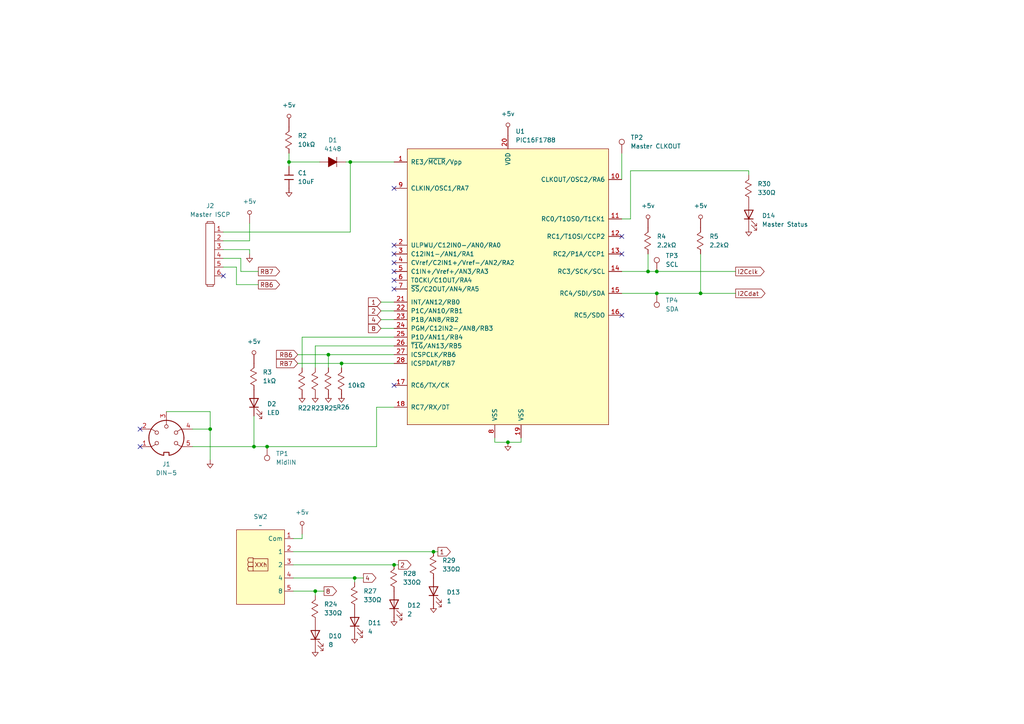
<source format=kicad_sch>
(kicad_sch (version 20231120) (generator "eeschema") (generator_version "8.0")
  (paper "A4")
  (lib_symbols
    (symbol "Connector:DIN-5" (pin_names (offset 1.016))
      (property "Reference" "J" (at 3.175 5.715 0))
      (property "Value" "DIN-5" (at 0 -6.35 0))
      (symbol "DIN-5_0_1"
        (arc (start -5.08 0) (mid -3.8609 -3.3364) (end -0.762 -5.08) (stroke (width 0.254)))
        (circle (center -2.794 -1.524) (radius 0.508))
        (circle (center -2.794 1.524) (radius 0.508))
        (polyline (pts (xy 0 5.08) (xy 0 3.81)))
        (polyline (pts (xy -5.08 -2.54) (xy -4.318 -2.54) (xy -3.175 -1.905)))
        (polyline (pts (xy -5.08 2.54) (xy -4.318 2.54) (xy -3.175 1.905)))
        (polyline (pts (xy 5.08 -2.54) (xy 4.318 -2.54) (xy 3.175 -1.905)))
        (polyline (pts (xy 5.08 2.54) (xy 4.318 2.54) (xy 3.175 1.905)))
        (polyline (pts (xy -0.762 -4.953) (xy -0.762 -4.191) (xy 0.762 -4.191) (xy 0.762 -4.953)) (stroke (width 0.254)))
        (circle (center 0 3.302) (radius 0.508))
        (arc (start 0.762 -5.08) (mid 3.8685 -3.343) (end 5.08 0) (stroke (width 0.254)))
        (circle (center 2.794 -1.524) (radius 0.508))
        (circle (center 2.794 1.524) (radius 0.508))
        (arc (start 5.08 0) (mid 0 5.0579) (end -5.08 0) (stroke (width 0.254)))
      )
      (symbol "DIN-5_1_1"
        (pin passive line (at -7.62 -2.54 0) (length 2.54) (name "~") (number "1"))
        (pin passive line (at -7.62 2.54 0) (length 2.54) (name "~") (number "2"))
        (pin passive line (at 0 7.62 270) (length 2.54) (name "~") (number "3"))
        (pin passive line (at 7.62 2.54 180) (length 2.54) (name "~") (number "4"))
        (pin passive line (at 7.62 -2.54 180) (length 2.54) (name "~") (number "5"))
      )
    )
    (symbol "Connector:TestPoint" (pin_numbers hide) (pin_names (offset 0.762) hide)
      (property "Reference" "TP" (at 0 6.858 0))
      (property "Value" "TestPoint" (at 0 5.08 0))
      (symbol "TestPoint_0_1"
        (circle (center 0 3.302) (radius 0.762))
      )
      (symbol "TestPoint_1_1"
        (pin passive line (at 0 0 90) (length 2.54) (name "1") (number "1"))
      )
    )
    (symbol "Custom Power:+5v" (power) (pin_numbers hide) (pin_names hide) (in_bom no) (on_board no)
      (property "Value" "+5v" (at 0 3.81 0))
      (symbol "+5v_0_1"
        (circle (center 0 1.8796) (radius 0.5611))
      )
      (symbol "+5v_1_1"
        (pin power_in line (at 0 -1.27 90) (length 2.54) (name "+5v") (number ""))
      )
    )
    (symbol "Custom Power:GND" (power) (pin_numbers hide) (pin_names hide) (in_bom no) (on_board no)
      (symbol "GND_0_1"
        (polyline (pts (xy -0.889 -1.27) (xy 0.889 -1.27) (xy 0 -2.413) (xy -0.889 -1.27)))
      )
      (symbol "GND_1_1"
        (pin power_in line (at 0 0 270) (length 1.27) (name "GND") (number "~"))
      )
    )
    (symbol "Device:LED" (pin_numbers hide) (pin_names (offset 1.016) hide)
      (property "Reference" "D" (at 0 2.54 0))
      (property "Value" "LED" (at 0 -2.54 0))
      (symbol "LED_0_1"
        (polyline (pts (xy -1.27 -1.27) (xy -1.27 1.27)) (stroke (width 0.254)))
        (polyline (pts (xy -1.27 0) (xy 1.27 0)))
        (polyline (pts (xy 1.27 -1.27) (xy 1.27 1.27) (xy -1.27 0) (xy 1.27 -1.27)) (stroke (width 0.254)))
        (polyline (pts (xy -3.048 -0.762) (xy -4.572 -2.286) (xy -3.81 -2.286) (xy -4.572 -2.286) (xy -4.572 -1.524)))
        (polyline (pts (xy -1.778 -0.762) (xy -3.302 -2.286) (xy -2.54 -2.286) (xy -3.302 -2.286) (xy -3.302 -1.524)))
      )
      (symbol "LED_1_1"
        (pin passive line (at -3.81 0 0) (length 2.54) (name "K") (number "1"))
        (pin passive line (at 3.81 0 180) (length 2.54) (name "A") (number "2"))
      )
    )
    (symbol "Owen's Symbols:Capacitor" (pin_numbers hide) (pin_names hide)
      (property "Reference" "C" (at 2.54 0 0))
      (property "Value" "?" (at 2.54 -2.54 0))
      (symbol "Capacitor_1_1"
        (polyline (pts (xy -1.27 -3.81) (xy 1.27 -3.81)) (stroke (width 0.254)))
        (polyline (pts (xy -1.27 -2.54) (xy 1.27 -2.54)) (stroke (width 0.254)))
        (pin passive line (at 0 0 270) (length 2.54) (name "1") (number "1"))
        (pin passive line (at 0 -6.35 90) (length 2.54) (name "2") (number "2"))
      )
    )
    (symbol "Owen's Symbols:Diode" (pin_numbers hide) (pin_names hide)
      (property "Reference" "D" (at 3.81 -1.27 0))
      (property "Value" "Vz" (at 3.81 -3.81 0))
      (symbol "Diode_0_1"
        (polyline (pts (xy -1.397 -4.953) (xy 1.397 -4.953) (xy 1.397 -4.953)))
      )
      (symbol "Diode_1_1"
        (polyline (pts (xy -1.397 -2.54) (xy 1.397 -2.54) (xy 0 -5.08) (xy -1.397 -2.54)) (fill (type outline)))
        (pin passive line (at 0 0 270) (length 2.54) (name "1") (number "1"))
        (pin passive line (at 0 -7.62 90) (length 2.54) (name "2") (number "2"))
      )
    )
    (symbol "Owen's Symbols:Header_1x6" (pin_names hide)
      (property "Reference" "J" (at -8.89 -3.81 0))
      (property "Value" "?" (at -8.89 -6.35 0))
      (symbol "Header_1x6_0_1"
        (rectangle (start -5.08 2.54) (end -2.54 -15.24))
        (polyline (pts (xy -4.699 -15.24) (xy -4.699 -15.748) (xy -2.921 -15.748) (xy -2.921 -15.24)))
        (polyline (pts (xy -4.699 2.54) (xy -4.699 3.048) (xy -2.921 3.048) (xy -2.921 2.54)))
      )
      (symbol "Header_1x6_1_1"
        (pin passive line (at 0 0 180) (length 2.54) (name "1") (number "1"))
        (pin passive line (at 0 -2.54 180) (length 2.54) (name "2") (number "2"))
        (pin passive line (at 0 -5.08 180) (length 2.54) (name "3") (number "3"))
        (pin passive line (at 0 -7.62 180) (length 2.54) (name "4") (number "4"))
        (pin passive line (at 0 -10.16 180) (length 2.54) (name "5") (number "5"))
        (pin passive line (at 0 -12.7 180) (length 2.54) (name "6") (number "6"))
      )
    )
    (symbol "Owen's Symbols:Hex_Rotary_Switch"
      (property "Reference" "SW" (at 0 1.016 0))
      (symbol "Hex_Rotary_Switch_1_1"
        (polyline (pts (xy 3.556 -11.938) (xy 4.826 -11.938)))
        (polyline (pts (xy 3.556 -10.668) (xy 4.826 -10.668)))
        (polyline (pts (xy 3.556 -10.668) (xy 4.826 -10.668)))
        (polyline (pts (xy 3.556 -9.398) (xy 4.826 -9.398)))
        (polyline (pts (xy 3.556 -9.398) (xy 4.826 -9.398)))
        (polyline (pts (xy 3.556 -8.128) (xy 4.826 -8.128)))
        (polyline (pts (xy 4.826 -8.128) (xy 4.826 -11.938) (xy 9.144 -11.938) (xy 9.144 -8.382) (xy 4.826 -8.382) (xy 4.826 -8.89)))
        (rectangle (start 0 0) (end 13.97 -21.59) (fill (type background)))
        (arc (start 3.556 -10.668) (mid 3.293 -11.303) (end 3.556 -11.938))
        (arc (start 3.556 -9.398) (mid 3.293 -10.033) (end 3.556 -10.668))
        (arc (start 3.556 -8.128) (mid 3.293 -8.763) (end 3.556 -9.398))
        (text "XXh" (at 7.112 -10.16 0) (effects (font (size 1.27 1.27))))
        (pin passive line (at 16.51 -2.54 180) (length 2.54) (name "Com") (number "1"))
        (pin passive line (at 16.51 -6.35 180) (length 2.54) (name "1") (number "2"))
        (pin passive line (at 16.51 -10.16 180) (length 2.54) (name "2") (number "3"))
        (pin passive line (at 16.51 -13.97 180) (length 2.54) (name "4") (number "4"))
        (pin passive line (at 16.51 -17.78 180) (length 2.54) (name "8") (number "5"))
      )
    )
    (symbol "Owen's Symbols:PIC16F1788" (pin_names (offset 1.016))
      (property "Reference" "U" (at 13.97 27.94 0))
      (property "Value" "PIC16F1788" (at 13.97 25.4 0))
      (symbol "PIC16F1788_0_1"
        (rectangle (start -29.21 24.13) (end 29.21 -24.13) (stroke (width 0.254)) (fill (type background)))
      )
      (symbol "PIC16F1788_1_1"
        (pin bidirectional line (at -33.02 20.32 0) (length 3.81) (name "RE3/~{MCLR}/Vpp") (number "1"))
        (pin bidirectional line (at 33.02 5.08 180) (length 3.81) (name "CLKOUT/OSC2/RA6") (number "10"))
        (pin bidirectional line (at -33.02 -2.54 0) (length 3.81) (name "RC0/T1OSO/T1CK1") (number "11"))
        (pin bidirectional line (at -33.02 -5.08 0) (length 3.81) (name "RC1/T1OSI/CCP2") (number "12"))
        (pin bidirectional line (at -33.02 -7.62 0) (length 3.81) (name "RC2/P1A/CCP1") (number "13"))
        (pin bidirectional line (at -33.02 -10.16 0) (length 3.81) (name "RC3/SCK/SCL") (number "14"))
        (pin bidirectional line (at -33.02 -12.7 0) (length 3.81) (name "RC4/SDI/SDA") (number "15"))
        (pin bidirectional line (at -33.02 -15.24 0) (length 3.81) (name "RC5/SDO") (number "16"))
        (pin bidirectional line (at -33.02 -17.78 0) (length 3.81) (name "RC6/TX/CK") (number "17"))
        (pin bidirectional line (at -33.02 -20.32 0) (length 3.81) (name "RC7/RX/DT") (number "18"))
        (pin power_in line (at 2.54 -27.94 90) (length 3.81) (name "VSS") (number "19"))
        (pin bidirectional line (at 33.02 20.32 180) (length 3.81) (name "ULPWU/C12IN0-/AN0/RA0") (number "2"))
        (pin power_in line (at 0 27.94 270) (length 3.81) (name "VDD") (number "20"))
        (pin bidirectional line (at 33.02 -2.54 180) (length 3.81) (name "CCP1/INT/AN12/RB0") (number "21"))
        (pin bidirectional line (at 33.02 -5.08 180) (length 3.81) (name "P1C/AN10/RB1") (number "22"))
        (pin bidirectional line (at 33.02 -7.62 180) (length 3.81) (name "P1B/AN8/RB2") (number "23"))
        (pin bidirectional line (at 33.02 -10.16 180) (length 3.81) (name "CCP2/C12IN2-/AN8/RB3") (number "24"))
        (pin bidirectional line (at 33.02 -12.7 180) (length 3.81) (name "P1D/AN11/RB4") (number "25"))
        (pin bidirectional line (at 33.02 -15.24 180) (length 3.81) (name "CCP3/~{T1G}/AN13/RB5") (number "26"))
        (pin bidirectional line (at -33.02 13.97 0) (length 3.81) (name "ICSPCLK/RB6") (number "27"))
        (pin bidirectional line (at -33.02 6.35 0) (length 3.81) (name "ICSPDAT/RB7") (number "28"))
        (pin bidirectional line (at 33.02 17.78 180) (length 3.81) (name "C12IN1-/AN1/RA1") (number "3"))
        (pin bidirectional line (at 33.02 15.24 180) (length 3.81) (name "CVref/C2IN1+/Vref-/AN2/RA2") (number "4"))
        (pin bidirectional line (at 33.02 12.7 180) (length 3.81) (name "C1IN+/Vref+/AN3/RA3") (number "5"))
        (pin bidirectional line (at 33.02 10.16 180) (length 3.81) (name "T0CKI/C1OUT/RA4") (number "6"))
        (pin bidirectional line (at 33.02 7.62 180) (length 3.81) (name "~{SS}/C2OUT/AN4/RA5") (number "7"))
        (pin power_in line (at 0 -27.94 90) (length 3.81) (name "VSS") (number "8"))
        (pin input line (at 33.02 2.54 180) (length 3.81) (name "CLKIN/OSC1/RA7") (number "9"))
      )
      (symbol "PIC16F1788_1_2"
        (rectangle (start -29.21 24.13) (end 29.21 -55.88) (fill (type background)))
        (pin bidirectional line (at -33.02 20.32 0) (length 3.81) (name "RE3/~{MCLR}/Vpp") (number "1"))
        (pin bidirectional line (at 33.02 15.24 180) (length 3.81) (name "CLKOUT/OSC2/RA6") (number "10"))
        (pin bidirectional line (at 33.02 3.81 180) (length 3.81) (name "RC0/T1OSO/T1CK1") (number "11"))
        (pin bidirectional line (at 33.02 -1.27 180) (length 3.81) (name "RC1/T1OSI/CCP2") (number "12"))
        (pin bidirectional line (at 33.02 -6.35 180) (length 3.81) (name "RC2/P1A/CCP1") (number "13"))
        (pin bidirectional line (at 33.02 -11.43 180) (length 3.81) (name "RC3/SCK/SCL") (number "14"))
        (pin bidirectional line (at 33.02 -17.78 180) (length 3.81) (name "RC4/SDI/SDA") (number "15"))
        (pin bidirectional line (at 33.02 -24.13 180) (length 3.81) (name "RC5/SDO") (number "16"))
        (pin bidirectional line (at -33.02 -44.45 0) (length 3.81) (name "RC6/TX/CK") (number "17"))
        (pin bidirectional line (at -33.02 -50.8 0) (length 3.81) (name "RC7/RX/DT") (number "18"))
        (pin power_in line (at 3.81 -59.69 90) (length 3.81) (name "VSS") (number "19"))
        (pin bidirectional line (at -33.02 -3.81 0) (length 3.81) (name "ULPWU/C12IN0-/AN0/RA0") (number "2"))
        (pin power_in line (at 0 27.94 270) (length 3.81) (name "VDD") (number "20"))
        (pin bidirectional line (at -33.02 -20.32 0) (length 3.81) (name "INT/AN12/RB0") (number "21"))
        (pin bidirectional line (at -33.02 -22.86 0) (length 3.81) (name "P1C/AN10/RB1") (number "22"))
        (pin bidirectional line (at -33.02 -25.4 0) (length 3.81) (name "P1B/AN8/RB2") (number "23"))
        (pin bidirectional line (at -33.02 -27.94 0) (length 3.81) (name "PGM/C12IN2-/AN8/RB3") (number "24"))
        (pin bidirectional line (at -33.02 -30.48 0) (length 3.81) (name "P1D/AN11/RB4") (number "25"))
        (pin bidirectional line (at -33.02 -33.02 0) (length 3.81) (name "~{T1G}/AN13/RB5") (number "26"))
        (pin bidirectional line (at -33.02 -35.56 0) (length 3.81) (name "ICSPCLK/RB6") (number "27"))
        (pin bidirectional line (at -33.02 -38.1 0) (length 3.81) (name "ICSPDAT/RB7") (number "28"))
        (pin bidirectional line (at -33.02 -6.35 0) (length 3.81) (name "C12IN1-/AN1/RA1") (number "3"))
        (pin bidirectional line (at -33.02 -8.89 0) (length 3.81) (name "CVref/C2IN1+/Vref-/AN2/RA2") (number "4"))
        (pin bidirectional line (at -33.02 -11.43 0) (length 3.81) (name "C1IN+/Vref+/AN3/RA3") (number "5"))
        (pin bidirectional line (at -33.02 -13.97 0) (length 3.81) (name "T0CKI/C1OUT/RA4") (number "6"))
        (pin bidirectional line (at -33.02 -16.51 0) (length 3.81) (name "~{SS}/C2OUT/AN4/RA5") (number "7"))
        (pin power_in line (at -3.81 -59.69 90) (length 3.81) (name "VSS") (number "8"))
        (pin input line (at -33.02 12.7 0) (length 3.81) (name "CLKIN/OSC1/RA7") (number "9"))
      )
    )
    (symbol "Owen's Symbols:Resistor_Mod" (pin_numbers hide) (pin_names (offset 0) hide)
      (property "Reference" "R" (at 0 4.318 0))
      (property "Value" "ValueΩ" (at 0 2.54 0))
      (symbol "Resistor_Mod_0_1"
        (polyline (pts (xy -2.54 0) (xy -2.032 1.016) (xy -1.016 -0.762) (xy 0 1.016) (xy 1.016 -0.762) (xy 1.778 1.016) (xy 2.54 0)))
      )
      (symbol "Resistor_Mod_1_1"
        (pin passive line (at -3.81 0 0) (length 1.27) (name "1") (number "1"))
        (pin passive line (at 3.81 0 180) (length 1.27) (name "2") (number "2"))
      )
    )
  )
  (junction (at 60.96 124.46))
  (junction (at 95.25 102.87))
  (junction (at 102.87 167.64))
  (junction (at 190.5 78.74))
  (junction (at 114.3 163.83))
  (junction (at 91.44 171.45))
  (junction (at 101.6 46.99))
  (junction (at 99.06 105.41))
  (junction (at 147.32 128.27))
  (junction (at 83.82 46.99))
  (junction (at 203.2 85.09))
  (junction (at 77.47 129.54))
  (junction (at 125.73 160.02))
  (junction (at 73.66 129.54))
  (junction (at 190.5 85.09))
  (junction (at 187.96 78.74))
  (no_connect (at 40.64 124.46))
  (no_connect (at 114.3 71.12))
  (no_connect (at 114.3 78.74))
  (no_connect (at 64.77 80.01))
  (no_connect (at 114.3 83.82))
  (no_connect (at 114.3 111.76))
  (no_connect (at 40.64 129.54))
  (no_connect (at 114.3 73.66))
  (no_connect (at 180.34 68.58))
  (no_connect (at 180.34 91.44))
  (no_connect (at 114.3 81.28))
  (no_connect (at 180.34 73.66))
  (no_connect (at 114.3 76.2))
  (no_connect (at 114.3 54.61))
  (wire (pts (xy 187.96 73.66) (xy 187.96 78.74)))
  (wire (pts (xy 110.49 90.17) (xy 114.3 90.17)))
  (wire (pts (xy 182.88 63.5) (xy 182.88 49.53)))
  (wire (pts (xy 87.63 97.79) (xy 114.3 97.79)))
  (wire (pts (xy 85.09 171.45) (xy 91.44 171.45)))
  (wire (pts (xy 203.2 85.09) (xy 203.2 73.66)))
  (wire (pts (xy 73.66 129.54) (xy 77.47 129.54)))
  (wire (pts (xy 109.22 129.54) (xy 109.22 118.11)))
  (wire (pts (xy 83.82 46.99) (xy 83.82 48.26)))
  (wire (pts (xy 85.09 163.83) (xy 114.3 163.83)))
  (wire (pts (xy 109.22 118.11) (xy 114.3 118.11)))
  (wire (pts (xy 64.77 67.31) (xy 101.6 67.31)))
  (wire (pts (xy 125.73 160.02) (xy 127 160.02)))
  (wire (pts (xy 85.09 167.64) (xy 102.87 167.64)))
  (wire (pts (xy 143.51 127) (xy 143.51 128.27)))
  (wire (pts (xy 203.2 85.09) (xy 213.36 85.09)))
  (wire (pts (xy 77.47 129.54) (xy 109.22 129.54)))
  (wire (pts (xy 114.3 163.83) (xy 115.57 163.83)))
  (wire (pts (xy 213.36 78.74) (xy 190.5 78.74)))
  (wire (pts (xy 64.77 72.39) (xy 72.39 72.39)))
  (wire (pts (xy 68.58 82.55) (xy 68.58 77.47)))
  (wire (pts (xy 99.06 106.68) (xy 99.06 105.41)))
  (wire (pts (xy 95.25 102.87) (xy 114.3 102.87)))
  (wire (pts (xy 60.96 119.38) (xy 60.96 124.46)))
  (wire (pts (xy 91.44 171.45) (xy 91.44 172.72)))
  (wire (pts (xy 55.88 129.54) (xy 73.66 129.54)))
  (wire (pts (xy 101.6 46.99) (xy 114.3 46.99)))
  (wire (pts (xy 190.5 85.09) (xy 203.2 85.09)))
  (wire (pts (xy 60.96 133.35) (xy 60.96 124.46)))
  (wire (pts (xy 86.36 102.87) (xy 95.25 102.87)))
  (wire (pts (xy 99.06 105.41) (xy 114.3 105.41)))
  (wire (pts (xy 74.93 82.55) (xy 68.58 82.55)))
  (wire (pts (xy 73.66 120.65) (xy 73.66 129.54)))
  (wire (pts (xy 91.44 100.33) (xy 91.44 106.68)))
  (wire (pts (xy 114.3 100.33) (xy 91.44 100.33)))
  (wire (pts (xy 64.77 69.85) (xy 72.39 69.85)))
  (wire (pts (xy 110.49 92.71) (xy 114.3 92.71)))
  (wire (pts (xy 187.96 78.74) (xy 180.34 78.74)))
  (wire (pts (xy 69.85 74.93) (xy 69.85 78.74)))
  (wire (pts (xy 102.87 167.64) (xy 102.87 168.91)))
  (wire (pts (xy 110.49 87.63) (xy 114.3 87.63)))
  (wire (pts (xy 72.39 69.85) (xy 72.39 64.77)))
  (wire (pts (xy 182.88 49.53) (xy 217.17 49.53)))
  (wire (pts (xy 100.33 46.99) (xy 101.6 46.99)))
  (wire (pts (xy 102.87 167.64) (xy 105.41 167.64)))
  (wire (pts (xy 87.63 156.21) (xy 87.63 154.94)))
  (wire (pts (xy 85.09 160.02) (xy 125.73 160.02)))
  (wire (pts (xy 83.82 46.99) (xy 83.82 44.45)))
  (wire (pts (xy 180.34 85.09) (xy 190.5 85.09)))
  (wire (pts (xy 69.85 78.74) (xy 74.93 78.74)))
  (wire (pts (xy 91.44 171.45) (xy 93.98 171.45)))
  (wire (pts (xy 110.49 95.25) (xy 114.3 95.25)))
  (wire (pts (xy 48.26 119.38) (xy 60.96 119.38)))
  (wire (pts (xy 101.6 67.31) (xy 101.6 46.99)))
  (wire (pts (xy 85.09 156.21) (xy 87.63 156.21)))
  (wire (pts (xy 60.96 124.46) (xy 55.88 124.46)))
  (wire (pts (xy 95.25 102.87) (xy 95.25 106.68)))
  (wire (pts (xy 143.51 128.27) (xy 147.32 128.27)))
  (wire (pts (xy 68.58 77.47) (xy 64.77 77.47)))
  (wire (pts (xy 92.71 46.99) (xy 83.82 46.99)))
  (wire (pts (xy 86.36 105.41) (xy 99.06 105.41)))
  (wire (pts (xy 64.77 74.93) (xy 69.85 74.93)))
  (wire (pts (xy 217.17 49.53) (xy 217.17 50.8)))
  (wire (pts (xy 190.5 78.74) (xy 187.96 78.74)))
  (wire (pts (xy 72.39 72.39) (xy 72.39 73.66)))
  (wire (pts (xy 151.13 128.27) (xy 151.13 127)))
  (wire (pts (xy 87.63 97.79) (xy 87.63 106.68)))
  (wire (pts (xy 180.34 44.45) (xy 180.34 52.07)))
  (wire (pts (xy 147.32 128.27) (xy 151.13 128.27)))
  (wire (pts (xy 180.34 63.5) (xy 182.88 63.5)))
  (global_label "RB6" (shape output) (at 74.93 82.55 0) (property "Intersheetrefs" "${INTERSHEET_REFS}" (effects (hide yes))))
  (global_label "RB7" (shape input) (at 86.36 105.41 180) (property "Intersheetrefs" "${INTERSHEET_REFS}" (effects (hide yes))))
  (global_label "4" (shape input) (at 110.49 92.71 180) (property "Intersheetrefs" "${INTERSHEET_REFS}" (effects (hide yes))))
  (global_label "8" (shape input) (at 110.49 95.25 180) (property "Intersheetrefs" "${INTERSHEET_REFS}" (effects (hide yes))))
  (global_label "I2Cdat" (shape output) (at 213.36 85.09 0) (property "Intersheetrefs" "${INTERSHEET_REFS}" (effects (hide yes))))
  (global_label "1" (shape output) (at 127 160.02 0) (property "Intersheetrefs" "${INTERSHEET_REFS}" (effects (hide yes))))
  (global_label "2" (shape output) (at 115.57 163.83 0) (property "Intersheetrefs" "${INTERSHEET_REFS}" (effects (hide yes))))
  (global_label "8" (shape output) (at 93.98 171.45 0) (property "Intersheetrefs" "${INTERSHEET_REFS}" (effects (hide yes))))
  (global_label "4" (shape output) (at 105.41 167.64 0) (property "Intersheetrefs" "${INTERSHEET_REFS}" (effects (hide yes))))
  (global_label "RB7" (shape output) (at 74.93 78.74 0) (property "Intersheetrefs" "${INTERSHEET_REFS}" (effects (hide yes))))
  (global_label "2" (shape input) (at 110.49 90.17 180) (property "Intersheetrefs" "${INTERSHEET_REFS}" (effects (hide yes))))
  (global_label "I2Cclk" (shape output) (at 213.36 78.74 0) (property "Intersheetrefs" "${INTERSHEET_REFS}" (effects (hide yes))))
  (global_label "1" (shape input) (at 110.49 87.63 180) (property "Intersheetrefs" "${INTERSHEET_REFS}" (effects (hide yes))))
  (global_label "RB6" (shape input) (at 86.36 102.87 180) (property "Intersheetrefs" "${INTERSHEET_REFS}" (effects (hide yes))))
  (symbol (lib_id "Connector:TestPoint") (at 190.5 85.09 180) (unit 1)
    (property "Reference" "TP4" (at 193.04 87.1219 0) (effects (justify right)))
    (property "Value" "SDA" (at 193.04 89.6619 0) (effects (justify right)))
    (property "Description" "test point" (effects (hide yes)))
  )
  (symbol (lib_id "Owen's Symbols:Hex_Rotary_Switch") (at 68.58 153.67 0) (unit 1)
    (property "Reference" "SW2" (at 75.565 149.86 0))
    (property "Value" "~" (at 75.565 152.4 0))
  )
  (symbol (lib_id "Owen's Symbols:Resistor_Mod") (at 87.63 110.49 90) (unit 1)
    (property "Reference" "R22" (at 86.36 118.364 90) (effects (justify right)))
    (property "Value" "10kΩ" (effects (hide yes)))
  )
  (symbol (lib_id "Owen's Symbols:Resistor_Mod") (at 91.44 176.53 90) (unit 1)
    (property "Reference" "R24" (at 93.98 175.2599 90) (effects (justify right)))
    (property "Value" "330Ω" (at 93.98 177.7999 90) (effects (justify right)))
  )
  (symbol (lib_id "Custom Power:+5v") (at 87.63 153.67 0) (unit 1) (in_bom no) (on_board no)
    (property "Reference" "#PWR061" (effects (hide yes)))
    (property "Value" "+5v" (at 87.63 148.59 0))
  )
  (symbol (lib_id "Custom Power:+5v") (at 203.2 64.77 0) (unit 1) (in_bom no) (on_board no)
    (property "Reference" "#PWR05" (effects (hide yes)))
    (property "Value" "+5v" (at 203.2 59.69 0))
  )
  (symbol (lib_id "Owen's Symbols:Resistor_Mod") (at 91.44 110.49 90) (unit 1)
    (property "Reference" "R23" (at 90.17 118.364 90) (effects (justify right)))
    (property "Value" "10kΩ" (effects (hide yes)))
  )
  (symbol (lib_id "Owen's Symbols:Resistor_Mod") (at 125.73 163.83 90) (unit 1)
    (property "Reference" "R29" (at 128.27 162.5599 90) (effects (justify right)))
    (property "Value" "330Ω" (at 128.27 165.0999 90) (effects (justify right)))
  )
  (symbol (lib_id "Custom Power:GND") (at 147.32 128.27 0) (unit 1) (in_bom no) (on_board no)
    (property "Reference" "#PWR07" (effects (hide yes)))
    (property "Value" "GND" (effects (hide yes)))
  )
  (symbol (lib_id "Device:LED") (at 73.66 116.84 90) (unit 1)
    (property "Reference" "D2" (at 77.47 117.1574 90) (effects (justify right)))
    (property "Value" "LED" (at 77.47 119.6974 90) (effects (justify right)))
    (property "Description" "Light emitting diode" (effects (hide yes)))
  )
  (symbol (lib_id "Custom Power:+5v") (at 83.82 35.56 0) (unit 1) (in_bom no) (on_board no)
    (property "Reference" "#PWR01" (effects (hide yes)))
    (property "Value" "+5v" (at 83.82 30.48 0))
  )
  (symbol (lib_id "Custom Power:GND") (at 95.25 114.3 0) (unit 1) (in_bom no) (on_board no)
    (property "Reference" "#PWR058" (effects (hide yes)))
    (property "Value" "GND" (effects (hide yes)))
  )
  (symbol (lib_id "Connector:TestPoint") (at 180.34 44.45 0) (unit 1)
    (property "Reference" "TP2" (at 182.88 39.8779 0) (effects (justify left)))
    (property "Value" "Master CLKOUT" (at 182.88 42.4179 0) (effects (justify left)))
    (property "Description" "test point" (effects (hide yes)))
  )
  (symbol (lib_id "Owen's Symbols:Diode") (at 92.71 46.99 90) (unit 1)
    (property "Reference" "D1" (at 96.52 40.64 90))
    (property "Value" "4148" (at 96.52 43.18 90))
  )
  (symbol (lib_id "Custom Power:GND") (at 102.87 184.15 0) (unit 1) (in_bom no) (on_board no)
    (property "Reference" "#PWR063" (effects (hide yes)))
    (property "Value" "GND" (effects (hide yes)))
  )
  (symbol (lib_id "Device:LED") (at 217.17 62.23 90) (unit 1)
    (property "Reference" "D14" (at 220.98 62.5474 90) (effects (justify right)))
    (property "Value" "Master Status" (at 220.98 65.0874 90) (effects (justify right)))
    (property "Description" "Light emitting diode" (effects (hide yes)))
  )
  (symbol (lib_id "Owen's Symbols:Resistor_Mod") (at 203.2 69.85 90) (unit 1)
    (property "Reference" "R5" (at 205.74 68.5799 90) (effects (justify right)))
    (property "Value" "2.2kΩ" (at 205.74 71.1199 90) (effects (justify right)))
  )
  (symbol (lib_id "Custom Power:GND") (at 91.44 187.96 0) (unit 1) (in_bom no) (on_board no)
    (property "Reference" "#PWR062" (effects (hide yes)))
    (property "Value" "GND" (effects (hide yes)))
  )
  (symbol (lib_id "Device:LED") (at 114.3 175.26 90) (unit 1)
    (property "Reference" "D12" (at 118.11 175.5774 90) (effects (justify right)))
    (property "Value" "2" (at 118.11 178.1174 90) (effects (justify right)))
    (property "Description" "Light emitting diode" (effects (hide yes)))
  )
  (symbol (lib_id "Owen's Symbols:Capacitor") (at 83.82 48.26 0) (unit 1)
    (property "Reference" "C1" (at 86.36 50.1649 0) (effects (justify left)))
    (property "Value" "10uF" (at 86.36 52.7049 0) (effects (justify left)))
  )
  (symbol (lib_id "Custom Power:GND") (at 72.39 73.66 0) (unit 1) (in_bom no) (on_board no)
    (property "Reference" "#PWR056" (effects (hide yes)))
    (property "Value" "GND" (effects (hide yes)))
  )
  (symbol (lib_id "Owen's Symbols:Resistor_Mod") (at 99.06 110.49 90) (unit 1)
    (property "Reference" "R26" (at 97.536 118.11 90) (effects (justify right)))
    (property "Value" "10kΩ" (at 100.838 111.76 90) (effects (justify right)))
  )
  (symbol (lib_id "Owen's Symbols:Resistor_Mod") (at 114.3 167.64 90) (unit 1)
    (property "Reference" "R28" (at 116.84 166.3699 90) (effects (justify right)))
    (property "Value" "330Ω" (at 116.84 168.9099 90) (effects (justify right)))
  )
  (symbol (lib_id "Owen's Symbols:PIC16F1788") (at 147.32 67.31 0) (unit 1) (convert 2)
    (property "Reference" "U1" (at 149.5141 38.1 0) (effects (justify left)))
    (property "Value" "PIC16F1788" (at 149.5141 40.64 0) (effects (justify left)))
    (property "Datasheet" "http://ww1.microchip.com/downloads/en/DeviceDoc/41291D.pdf" (effects (hide yes)))
    (property "Description" "4K Flash, 256B SRAM, 256B EEPROM, XLP, DIP28" (effects (hide yes)))
  )
  (symbol (lib_id "Custom Power:+5v") (at 187.96 64.77 0) (unit 1) (in_bom no) (on_board no)
    (property "Reference" "#PWR04" (effects (hide yes)))
    (property "Value" "+5v" (at 187.96 59.69 0))
  )
  (symbol (lib_id "Owen's Symbols:Resistor_Mod") (at 73.66 109.22 90) (unit 1)
    (property "Reference" "R3" (at 76.2 107.9499 90) (effects (justify right)))
    (property "Value" "1kΩ" (at 76.2 110.4899 90) (effects (justify right)))
  )
  (symbol (lib_id "Connector:TestPoint") (at 77.47 129.54 180) (unit 1)
    (property "Reference" "TP1" (at 80.01 131.5719 0) (effects (justify right)))
    (property "Value" "MidiIN" (at 80.01 134.1119 0) (effects (justify right)))
    (property "Description" "test point" (effects (hide yes)))
  )
  (symbol (lib_id "Connector:TestPoint") (at 190.5 78.74 0) (unit 1)
    (property "Reference" "TP3" (at 193.04 74.1679 0) (effects (justify left)))
    (property "Value" "SCL" (at 193.04 76.7079 0) (effects (justify left)))
    (property "Description" "test point" (effects (hide yes)))
  )
  (symbol (lib_id "Custom Power:GND") (at 217.17 66.04 0) (unit 1) (in_bom no) (on_board no)
    (property "Reference" "#PWR054" (effects (hide yes)))
    (property "Value" "GND" (effects (hide yes)))
  )
  (symbol (lib_id "Device:LED") (at 91.44 184.15 90) (unit 1)
    (property "Reference" "D10" (at 95.25 184.4674 90) (effects (justify right)))
    (property "Value" "8" (at 95.25 187.0074 90) (effects (justify right)))
    (property "Description" "Light emitting diode" (effects (hide yes)))
  )
  (symbol (lib_id "Device:LED") (at 125.73 171.45 90) (unit 1)
    (property "Reference" "D13" (at 129.54 171.7674 90) (effects (justify right)))
    (property "Value" "1" (at 129.54 174.3074 90) (effects (justify right)))
    (property "Description" "Light emitting diode" (effects (hide yes)))
  )
  (symbol (lib_id "Owen's Symbols:Resistor_Mod") (at 83.82 40.64 90) (unit 1)
    (property "Reference" "R2" (at 86.36 39.3699 90) (effects (justify right)))
    (property "Value" "10kΩ" (at 86.36 41.9099 90) (effects (justify right)))
  )
  (symbol (lib_id "Owen's Symbols:Resistor_Mod") (at 102.87 172.72 90) (unit 1)
    (property "Reference" "R27" (at 105.41 171.4499 90) (effects (justify right)))
    (property "Value" "330Ω" (at 105.41 173.9899 90) (effects (justify right)))
  )
  (symbol (lib_id "Custom Power:GND") (at 87.63 114.3 0) (unit 1) (in_bom no) (on_board no)
    (property "Reference" "#PWR060" (effects (hide yes)))
    (property "Value" "GND" (effects (hide yes)))
  )
  (symbol (lib_id "Owen's Symbols:Resistor_Mod") (at 217.17 54.61 90) (unit 1)
    (property "Reference" "R30" (at 219.71 53.3399 90) (effects (justify right)))
    (property "Value" "330Ω" (at 219.71 55.8799 90) (effects (justify right)))
  )
  (symbol (lib_id "Device:LED") (at 102.87 180.34 90) (unit 1)
    (property "Reference" "D11" (at 106.68 180.6574 90) (effects (justify right)))
    (property "Value" "4" (at 106.68 183.1974 90) (effects (justify right)))
    (property "Description" "Light emitting diode" (effects (hide yes)))
  )
  (symbol (lib_id "Custom Power:GND") (at 83.82 54.61 0) (unit 1) (in_bom no) (on_board no)
    (property "Reference" "#PWR02" (effects (hide yes)))
    (property "Value" "GND" (effects (hide yes)))
  )
  (symbol (lib_id "Custom Power:GND") (at 125.73 175.26 0) (unit 1) (in_bom no) (on_board no)
    (property "Reference" "#PWR065" (effects (hide yes)))
    (property "Value" "GND" (effects (hide yes)))
  )
  (symbol (lib_id "Custom Power:+5v") (at 73.66 104.14 0) (unit 1) (in_bom no) (on_board no)
    (property "Reference" "#PWR06" (effects (hide yes)))
    (property "Value" "+5v" (at 73.66 99.06 0))
  )
  (symbol (lib_id "Custom Power:GND") (at 60.96 133.35 0) (unit 1) (in_bom no) (on_board no)
    (property "Reference" "#PWR08" (effects (hide yes)))
    (property "Value" "GND" (effects (hide yes)))
  )
  (symbol (lib_id "Connector:DIN-5") (at 48.26 127 0) (unit 1)
    (property "Reference" "J1" (at 48.2601 134.62 0))
    (property "Value" "DIN-5" (at 48.2601 137.16 0))
    (property "Datasheet" "http://www.mouser.com/ds/2/18/40_c091_abd_e-75918.pdf" (effects (hide yes)))
    (property "Description" "5-pin DIN connector" (effects (hide yes)))
  )
  (symbol (lib_id "Custom Power:GND") (at 114.3 179.07 0) (unit 1) (in_bom no) (on_board no)
    (property "Reference" "#PWR064" (effects (hide yes)))
    (property "Value" "GND" (effects (hide yes)))
  )
  (symbol (lib_id "Owen's Symbols:Resistor_Mod") (at 95.25 110.49 90) (unit 1)
    (property "Reference" "R25" (at 93.98 118.364 90) (effects (justify right)))
    (property "Value" "10kΩ" (effects (hide yes)))
  )
  (symbol (lib_id "Custom Power:+5v") (at 147.32 38.1 0) (unit 1) (in_bom no) (on_board no)
    (property "Reference" "#PWR03" (effects (hide yes)))
    (property "Value" "+5v" (at 147.32 33.02 0))
  )
  (symbol (lib_id "Custom Power:GND") (at 99.06 114.3 0) (unit 1) (in_bom no) (on_board no)
    (property "Reference" "#PWR057" (effects (hide yes)))
    (property "Value" "GND" (effects (hide yes)))
  )
  (symbol (lib_id "Custom Power:GND") (at 91.44 114.3 0) (unit 1) (in_bom no) (on_board no)
    (property "Reference" "#PWR059" (effects (hide yes)))
    (property "Value" "GND" (effects (hide yes)))
  )
  (symbol (lib_id "Owen's Symbols:Header_1x6") (at 64.77 67.31 0) (unit 1)
    (property "Reference" "J2" (at 60.96 59.69 0))
    (property "Value" "Master ISCP" (at 60.96 62.23 0))
  )
  (symbol (lib_id "Custom Power:+5v") (at 72.39 63.5 0) (unit 1) (in_bom no) (on_board no)
    (property "Reference" "#PWR055" (effects (hide yes)))
    (property "Value" "+5v" (at 72.39 58.42 0))
  )
  (symbol (lib_id "Owen's Symbols:Resistor_Mod") (at 187.96 69.85 90) (unit 1)
    (property "Reference" "R4" (at 190.5 68.5799 90) (effects (justify right)))
    (property "Value" "2.2kΩ" (at 190.5 71.1199 90) (effects (justify right)))
  )
)
</source>
